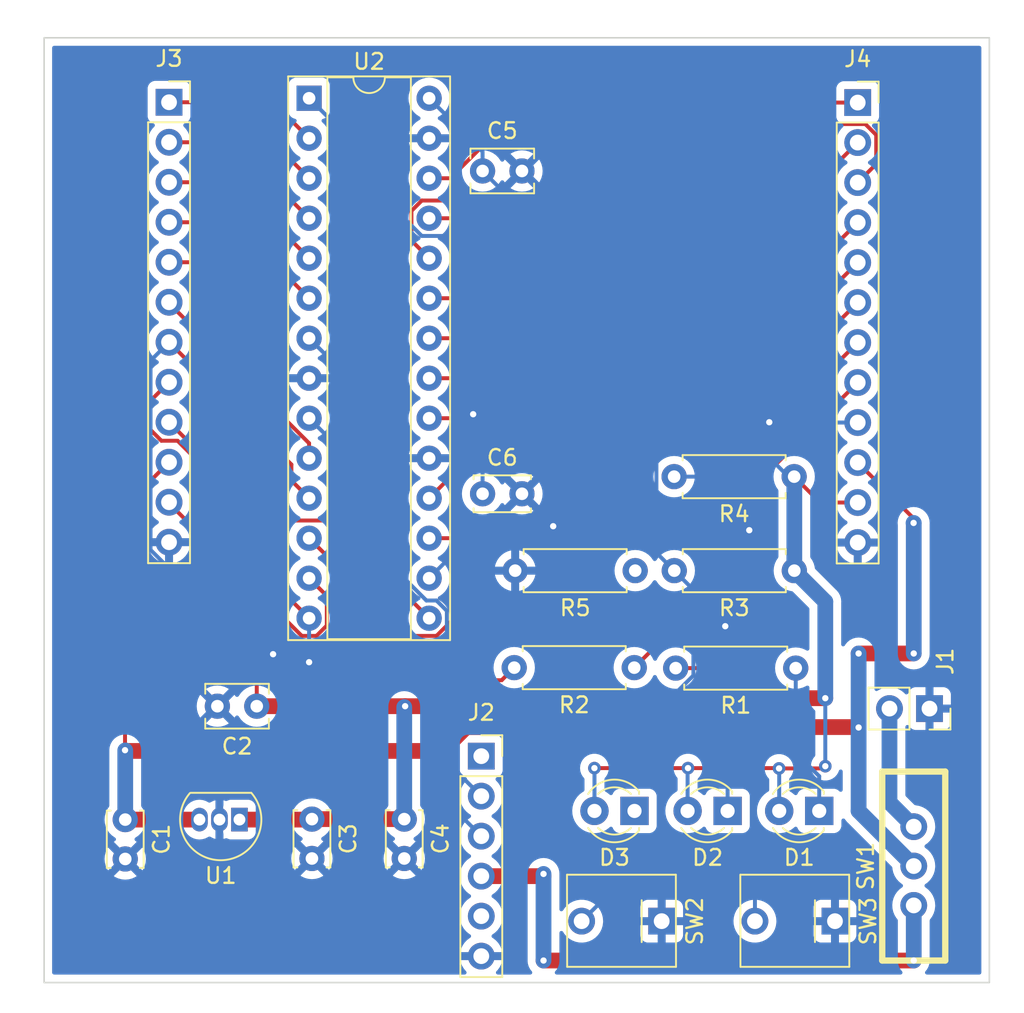
<source format=kicad_pcb>
(kicad_pcb (version 20211014) (generator pcbnew)
  (layers (0 "F.Cu" signal) (31 "B.Cu" signal) (34 "B.Paste" user) (35 "F.Paste" user) (36 "B.SilkS" user "B.Silkscreen") (37 "F.SilkS" user "F.Silkscreen") (38 "B.Mask" user) (39 "F.Mask" user) (44 "Edge.Cuts" user))
  (net 0 "")
  (net 1 "/Vin")
  (net 2 "GND")
  (net 3 "+3V3")
  (net 4 "Net-(C6-Pad1)")
  (net 5 "Net-(D1-Pad1)")
  (net 6 "Net-(D2-Pad1)")
  (net 7 "Net-(D3-Pad1)")
  (net 8 "Net-(SW1-Pad3)")
  (net 10 "/U1TX")
  (net 11 "/U1RX")
  (net 12 "+5V")
  (net 14 "/A0")
  (net 15 "/A1")
  (net 16 "/B0")
  (net 17 "/B1")
  (net 18 "/B2")
  (net 19 "/A3")
  (net 20 "/GREEN")
  (net 21 "/YELLOW")
  (net 22 "/B6")
  (net 23 "/B15")
  (net 24 "/B14")
  (net 25 "/B13")
  (net 26 "/B12")
  (net 27 "/B11")
  (net 28 "/B10")
  (net 29 "/B9")
  (net 30 "/B8")
  (net 31 "/B7")
  (net 32 "/RESET")
  (net 33 "/USER")
  (footprint "Package_TO_SOT_THT:TO-92L_Inline" (layer "F.Cu") (at 126.7 142.05 180)
    (fp_text reference "U1" (at 1.19 -3.56 180) (layer "F.SilkS"))
    (fp_text value "AP7381-33V")
    (fp_line (start -0.75 1.7) (end 3.1 1.7) (layer "F.SilkS") (width 0.12))
    (fp_arc (start -0.75 1.7) (mid 1.183448 -2.579449) (end 3.138611 1.690122) (layer "F.SilkS") (width 0.12))
    (pad "1" thru_hole rect (at 0 0 180) (size 1.05 1.5) (drill 0.75) (layers *.Cu *.Mask) (net 3 "+3V3"))
    (pad "2" thru_hole oval (at 1.27 0 180) (size 1.05 1.5) (drill 0.75) (layers *.Cu *.Mask) (net 2 "GND"))
    (pad "3" thru_hole oval (at 2.54 0 180) (size 1.05 1.5) (drill 0.75) (layers *.Cu *.Mask) (net 1 "/Vin"))
  )
  (footprint "Connector_PinSocket_2.54mm:PinSocket_1x02_P2.54mm_Vertical" (layer "F.Cu") (at 170.5 135 -90)
    (fp_text reference "J1" (at -3 -1 90) (layer "F.SilkS"))
    (fp_text value "Battery")
    (fp_line (start -1.33 1.27) (end -1.33 3.87) (layer "F.SilkS") (width 0.12))
    (fp_line (start 0 -1.33) (end 1.33 -1.33) (layer "F.SilkS") (width 0.12))
    (fp_line (start -1.33 3.87) (end 1.33 3.87) (layer "F.SilkS") (width 0.12))
    (fp_line (start -1.33 1.27) (end 1.33 1.27) (layer "F.SilkS") (width 0.12))
    (fp_line (start 1.33 -1.33) (end 1.33 0) (layer "F.SilkS") (width 0.12))
    (fp_line (start 1.33 1.27) (end 1.33 3.87) (layer "F.SilkS") (width 0.12))
    (pad "1" thru_hole rect (at 0 0 270) (size 1.7 1.7) (drill 1) (layers *.Cu *.Mask) (net 2 "GND"))
    (pad "2" thru_hole oval (at 0 2.54 270) (size 1.7 1.7) (drill 1) (layers *.Cu *.Mask) (net 8 "Net-(SW1-Pad3)"))
  )
  (footprint "Resistor_THT:R_Axial_DIN0207_L6.3mm_D2.5mm_P7.62mm_Horizontal" (layer "F.Cu") (at 162.01 132.43 180)
    (fp_text reference "R1" (at 3.81 -2.37) (layer "F.SilkS"))
    (fp_text value "330")
    (fp_line (start 7.08 1.37) (end 7.08 1.04) (layer "F.SilkS") (width 0.12))
    (fp_line (start 0.54 1.37) (end 7.08 1.37) (layer "F.SilkS") (width 0.12))
    (fp_line (start 0.54 -1.37) (end 7.08 -1.37) (layer "F.SilkS") (width 0.12))
    (fp_line (start 7.08 -1.37) (end 7.08 -1.04) (layer "F.SilkS") (width 0.12))
    (fp_line (start 0.54 1.04) (end 0.54 1.37) (layer "F.SilkS") (width 0.12))
    (fp_line (start 0.54 -1.04) (end 0.54 -1.37) (layer "F.SilkS") (width 0.12))
    (pad "1" thru_hole circle (at 0 0 180) (size 1.6 1.6) (drill 0.8) (layers *.Cu *.Mask) (net 5 "Net-(D1-Pad1)"))
    (pad "2" thru_hole oval (at 7.62 0 180) (size 1.6 1.6) (drill 0.8) (layers *.Cu *.Mask) (net 21 "/YELLOW"))
  )
  (footprint "LED_THT:LED_D3.0mm" (layer "F.Cu") (at 163.5 141.5 180)
    (fp_text reference "D1" (at 1.27 -2.96) (layer "F.SilkS"))
    (fp_text value "YELLOW")
    (fp_line (start -0.29 -1.236) (end -0.29 -1.08) (layer "F.SilkS") (width 0.12))
    (fp_line (start -0.29 1.08) (end -0.29 1.236) (layer "F.SilkS") (width 0.12))
    (fp_arc (start -0.29 -1.235516) (mid 1.366487 -1.987659) (end 2.942335 -1.078608) (layer "F.SilkS") (width 0.12))
    (fp_arc (start 2.942335 1.078608) (mid 1.366487 1.987659) (end -0.29 1.235516) (layer "F.SilkS") (width 0.12))
    (fp_arc (start 2.31113 1.079837) (mid 1.270117 1.5) (end 0.229039 1.08) (layer "F.SilkS") (width 0.12))
    (fp_arc (start 0.229039 -1.08) (mid 1.270117 -1.5) (end 2.31113 -1.079837) (layer "F.SilkS") (width 0.12))
    (pad "1" thru_hole rect (at 0 0 180) (size 1.8 1.8) (drill 0.9) (layers *.Cu *.Mask) (net 5 "Net-(D1-Pad1)"))
    (pad "2" thru_hole circle (at 2.54 0 180) (size 1.8 1.8) (drill 0.9) (layers *.Cu *.Mask) (net 3 "+3V3"))
  )
  (footprint "Resistor_THT:R_Axial_DIN0207_L6.3mm_D2.5mm_P7.62mm_Horizontal" (layer "F.Cu") (at 161.91 120.27 180)
    (fp_text reference "R4" (at 3.81 -2.37) (layer "F.SilkS"))
    (fp_text value "10K")
    (fp_line (start 0.54 -1.37) (end 7.08 -1.37) (layer "F.SilkS") (width 0.12))
    (fp_line (start 0.54 1.37) (end 7.08 1.37) (layer "F.SilkS") (width 0.12))
    (fp_line (start 7.08 1.37) (end 7.08 1.04) (layer "F.SilkS") (width 0.12))
    (fp_line (start 0.54 -1.04) (end 0.54 -1.37) (layer "F.SilkS") (width 0.12))
    (fp_line (start 7.08 -1.37) (end 7.08 -1.04) (layer "F.SilkS") (width 0.12))
    (fp_line (start 0.54 1.04) (end 0.54 1.37) (layer "F.SilkS") (width 0.12))
    (pad "1" thru_hole circle (at 0 0 180) (size 1.6 1.6) (drill 0.8) (layers *.Cu *.Mask) (net 3 "+3V3"))
    (pad "2" thru_hole oval (at 7.62 0 180) (size 1.6 1.6) (drill 0.8) (layers *.Cu *.Mask) (net 33 "/USER"))
  )
  (footprint "Capacitor_THT:C_Disc_D3.4mm_W2.1mm_P2.50mm" (layer "F.Cu") (at 131.3 142.02 -90)
    (fp_text reference "C3" (at 1.25 -2.3 90) (layer "F.SilkS"))
    (fp_text value "1uF")
    (fp_line (start -0.57 1.17) (end 3.07 1.17) (layer "F.SilkS") (width 0.12))
    (fp_line (start -0.57 0.925) (end -0.57 1.17) (layer "F.SilkS") (width 0.12))
    (fp_line (start -0.57 -1.17) (end 3.07 -1.17) (layer "F.SilkS") (width 0.12))
    (fp_line (start 3.07 0.925) (end 3.07 1.17) (layer "F.SilkS") (width 0.12))
    (fp_line (start 3.07 -1.17) (end 3.07 -0.925) (layer "F.SilkS") (width 0.12))
    (fp_line (start -0.57 -1.17) (end -0.57 -0.925) (layer "F.SilkS") (width 0.12))
    (pad "1" thru_hole circle (at 0 0 270) (size 1.6 1.6) (drill 0.8) (layers *.Cu *.Mask) (net 3 "+3V3"))
    (pad "2" thru_hole circle (at 2.5 0 270) (size 1.6 1.6) (drill 0.8) (layers *.Cu *.Mask) (net 2 "GND"))
  )
  (footprint "Connector_PinSocket_2.54mm:PinSocket_1x06_P2.54mm_Vertical" (layer "F.Cu") (at 142.049875 138.021089)
    (fp_text reference "J2" (at 0 -2.77) (layer "F.SilkS"))
    (fp_text value "Conn_01x06_Male")
    (fp_line (start 1.33 1.27) (end 1.33 14.03) (layer "F.SilkS") (width 0.12))
    (fp_line (start -1.33 1.27) (end -1.33 14.03) (layer "F.SilkS") (width 0.12))
    (fp_line (start 0 -1.33) (end 1.33 -1.33) (layer "F.SilkS") (width 0.12))
    (fp_line (start 1.33 -1.33) (end 1.33 0) (layer "F.SilkS") (width 0.12))
    (fp_line (start -1.33 14.03) (end 1.33 14.03) (layer "F.SilkS") (width 0.12))
    (fp_line (start -1.33 1.27) (end 1.33 1.27) (layer "F.SilkS") (width 0.12))
    (pad "1" thru_hole rect (at 0 0) (size 1.7 1.7) (drill 1) (layers *.Cu *.Mask))
    (pad "2" thru_hole oval (at 0 2.54) (size 1.7 1.7) (drill 1) (layers *.Cu *.Mask) (net 10 "/U1TX"))
    (pad "3" thru_hole oval (at 0 5.08) (size 1.7 1.7) (drill 1) (layers *.Cu *.Mask) (net 11 "/U1RX"))
    (pad "4" thru_hole oval (at 0 7.62) (size 1.7 1.7) (drill 1) (layers *.Cu *.Mask) (net 12 "+5V"))
    (pad "5" thru_hole oval (at 0 10.16) (size 1.7 1.7) (drill 1) (layers *.Cu *.Mask))
    (pad "6" thru_hole oval (at 0 12.7) (size 1.7 1.7) (drill 1) (layers *.Cu *.Mask) (net 2 "GND"))
  )
  (footprint "Resistor_THT:R_Axial_DIN0207_L6.3mm_D2.5mm_P7.62mm_Horizontal" (layer "F.Cu") (at 151.76 132.4 180)
    (fp_text reference "R2" (at 3.81 -2.37) (layer "F.SilkS"))
    (fp_text value "330")
    (fp_line (start 0.54 -1.37) (end 7.08 -1.37) (layer "F.SilkS") (width 0.12))
    (fp_line (start 7.08 -1.37) (end 7.08 -1.04) (layer "F.SilkS") (width 0.12))
    (fp_line (start 0.54 -1.04) (end 0.54 -1.37) (layer "F.SilkS") (width 0.12))
    (fp_line (start 7.08 1.37) (end 7.08 1.04) (layer "F.SilkS") (width 0.12))
    (fp_line (start 0.54 1.37) (end 7.08 1.37) (layer "F.SilkS") (width 0.12))
    (fp_line (start 0.54 1.04) (end 0.54 1.37) (layer "F.SilkS") (width 0.12))
    (pad "1" thru_hole circle (at 0 0 180) (size 1.6 1.6) (drill 0.8) (layers *.Cu *.Mask) (net 6 "Net-(D2-Pad1)"))
    (pad "2" thru_hole oval (at 7.62 0 180) (size 1.6 1.6) (drill 0.8) (layers *.Cu *.Mask) (net 20 "/GREEN"))
  )
  (footprint "PIC32:PinSocket_1x03_P2.54mm_Vertical" (layer "F.Cu") (at 153.5 148.5 -90)
    (fp_text reference "SW2" (at 0 -2.1 90) (layer "F.SilkS"))
    (fp_text value "RESET")
    (fp_line (start -2.95 -0.9) (end 2.9 -0.91) (layer "F.SilkS") (width 0.12))
    (fp_line (start -1.33 1.27) (end 1.33 1.27) (layer "F.SilkS") (width 0.12))
    (fp_line (start -2.95 6.01) (end 2.9 6) (layer "F.SilkS") (width 0.12))
    (fp_line (start -2.95 -0.9) (end -2.95 6) (layer "F.SilkS") (width 0.12))
    (fp_line (start 2.9 -0.91) (end 2.9 6) (layer "F.SilkS") (width 0.12))
    (pad "1" thru_hole rect (at 0 0 270) (size 1.7 1.7) (drill 1) (layers *.Cu *.Mask) (net 2 "GND"))
    (pad "2" thru_hole oval (at 0 5.08 270) (size 1.7 1.7) (drill 1) (layers *.Cu *.Mask) (net 32 "/RESET"))
  )
  (footprint "Capacitor_THT:C_Disc_D3.4mm_W2.1mm_P2.50mm" (layer "F.Cu") (at 137.16 142.02 -90)
    (fp_text reference "C4" (at 1.25 -2.3 90) (layer "F.SilkS"))
    (fp_text value "1uF")
    (fp_line (start 3.07 -1.17) (end 3.07 -0.925) (layer "F.SilkS") (width 0.12))
    (fp_line (start -0.57 0.925) (end -0.57 1.17) (layer "F.SilkS") (width 0.12))
    (fp_line (start -0.57 1.17) (end 3.07 1.17) (layer "F.SilkS") (width 0.12))
    (fp_line (start -0.57 -1.17) (end 3.07 -1.17) (layer "F.SilkS") (width 0.12))
    (fp_line (start -0.57 -1.17) (end -0.57 -0.925) (layer "F.SilkS") (width 0.12))
    (fp_line (start 3.07 0.925) (end 3.07 1.17) (layer "F.SilkS") (width 0.12))
    (pad "1" thru_hole circle (at 0 0 270) (size 1.6 1.6) (drill 0.8) (layers *.Cu *.Mask) (net 3 "+3V3"))
    (pad "2" thru_hole circle (at 2.5 0 270) (size 1.6 1.6) (drill 0.8) (layers *.Cu *.Mask) (net 2 "GND"))
  )
  (footprint "Connector_PinSocket_2.54mm:PinSocket_1x12_P2.54mm_Vertical" (layer "F.Cu") (at 165.943 96.514)
    (fp_text reference "J4" (at 0 -2.77) (layer "F.SilkS"))
    (fp_text value "Right")
    (fp_line (start -1.33 1.27) (end 1.33 1.27) (layer "F.SilkS") (width 0.12))
    (fp_line (start -1.33 29.27) (end 1.33 29.27) (layer "F.SilkS") (width 0.12))
    (fp_line (start 1.33 1.27) (end 1.33 29.27) (layer "F.SilkS") (width 0.12))
    (fp_line (start 1.33 -1.33) (end 1.33 0) (layer "F.SilkS") (width 0.12))
    (fp_line (start 0 -1.33) (end 1.33 -1.33) (layer "F.SilkS") (width 0.12))
    (fp_line (start -1.33 1.27) (end -1.33 29.27) (layer "F.SilkS") (width 0.12))
    (pad "1" thru_hole rect (at 0 0) (size 1.7 1.7) (drill 1) (layers *.Cu *.Mask) (net 23 "/B15"))
    (pad "2" thru_hole oval (at 0 2.54) (size 1.7 1.7) (drill 1) (layers *.Cu *.Mask) (net 24 "/B14"))
    (pad "3" thru_hole oval (at 0 5.08) (size 1.7 1.7) (drill 1) (layers *.Cu *.Mask) (net 25 "/B13"))
    (pad "4" thru_hole oval (at 0 7.62) (size 1.7 1.7) (drill 1) (layers *.Cu *.Mask) (net 26 "/B12"))
    (pad "5" thru_hole oval (at 0 10.16) (size 1.7 1.7) (drill 1) (layers *.Cu *.Mask) (net 27 "/B11"))
    (pad "6" thru_hole oval (at 0 12.7) (size 1.7 1.7) (drill 1) (layers *.Cu *.Mask) (net 28 "/B10"))
    (pad "7" thru_hole oval (at 0 15.24) (size 1.7 1.7) (drill 1) (layers *.Cu *.Mask) (net 29 "/B9"))
    (pad "8" thru_hole oval (at 0 17.78) (size 1.7 1.7) (drill 1) (layers *.Cu *.Mask) (net 30 "/B8"))
    (pad "9" thru_hole oval (at 0 20.32) (size 1.7 1.7) (drill 1) (layers *.Cu *.Mask) (net 31 "/B7"))
    (pad "10" thru_hole oval (at 0 22.86) (size 1.7 1.7) (drill 1) (layers *.Cu *.Mask) (net 1 "/Vin"))
    (pad "11" thru_hole oval (at 0 25.4) (size 1.7 1.7) (drill 1) (layers *.Cu *.Mask) (net 3 "+3V3"))
    (pad "12" thru_hole oval (at 0 27.94) (size 1.7 1.7) (drill 1) (layers *.Cu *.Mask) (net 2 "GND"))
  )
  (footprint "Capacitor_THT:C_Disc_D3.8mm_W2.6mm_P2.50mm" (layer "F.Cu") (at 127.798 134.848 180)
    (fp_text reference "C2" (at 1.25 -2.55) (layer "F.SilkS"))
    (fp_text value "0.1uF")
    (fp_line (start -0.77 -1.42) (end 3.27 -1.42) (layer "F.SilkS") (width 0.12))
    (fp_line (start 3.27 -1.42) (end 3.27 -0.795) (layer "F.SilkS") (width 0.12))
    (fp_line (start 3.27 0.795) (end 3.27 1.42) (layer "F.SilkS") (width 0.12))
    (fp_line (start -0.77 -1.42) (end -0.77 -0.795) (layer "F.SilkS") (width 0.12))
    (fp_line (start -0.77 1.42) (end 3.27 1.42) (layer "F.SilkS") (width 0.12))
    (fp_line (start -0.77 0.795) (end -0.77 1.42) (layer "F.SilkS") (width 0.12))
    (pad "1" thru_hole circle (at 0 0 180) (size 1.6 1.6) (drill 0.8) (layers *.Cu *.Mask) (net 3 "+3V3"))
    (pad "2" thru_hole circle (at 2.5 0 180) (size 1.6 1.6) (drill 0.8) (layers *.Cu *.Mask) (net 2 "GND"))
  )
  (footprint "PIC32:PinSocket_1x03_P2.54mm_Vertical" (layer "F.Cu") (at 164.5 148.5 -90)
    (fp_text reference "SW3" (at 0 -2.1 90) (layer "F.SilkS"))
    (fp_text value "USER")
    (fp_line (start -1.33 1.27) (end 1.33 1.27) (layer "F.SilkS") (width 0.12))
    (fp_line (start 2.9 -0.91) (end 2.9 6) (layer "F.SilkS") (width 0.12))
    (fp_line (start -2.95 -0.9) (end 2.9 -0.91) (layer "F.SilkS") (width 0.12))
    (fp_line (start -2.95 6.01) (end 2.9 6) (layer "F.SilkS") (width 0.12))
    (fp_line (start -2.95 -0.9) (end -2.95 6) (layer "F.SilkS") (width 0.12))
    (pad "1" thru_hole rect (at 0 0 270) (size 1.7 1.7) (drill 1) (layers *.Cu *.Mask) (net 2 "GND"))
    (pad "2" thru_hole oval (at 0 5.08 270) (size 1.7 1.7) (drill 1) (layers *.Cu *.Mask) (net 33 "/USER"))
  )
  (footprint "LED_THT:LED_D3.0mm" (layer "F.Cu") (at 151.775 141.5 180)
    (fp_text reference "D3" (at 1.27 -2.96) (layer "F.SilkS"))
    (fp_text value "RED")
    (fp_line (start -0.29 1.08) (end -0.29 1.236) (layer "F.SilkS") (width 0.12))
    (fp_line (start -0.29 -1.236) (end -0.29 -1.08) (layer "F.SilkS") (width 0.12))
    (fp_arc (start -0.29 -1.235516) (mid 1.366487 -1.987659) (end 2.942335 -1.078608) (layer "F.SilkS") (width 0.12))
    (fp_arc (start 2.31113 1.079837) (mid 1.270117 1.5) (end 0.229039 1.08) (layer "F.SilkS") (width 0.12))
    (fp_arc (start 0.229039 -1.08) (mid 1.270117 -1.5) (end 2.31113 -1.079837) (layer "F.SilkS") (width 0.12))
    (fp_arc (start 2.942335 1.078608) (mid 1.366487 1.987659) (end -0.29 1.235516) (layer "F.SilkS") (width 0.12))
    (pad "1" thru_hole rect (at 0 0 180) (size 1.8 1.8) (drill 0.9) (layers *.Cu *.Mask) (net 7 "Net-(D3-Pad1)"))
    (pad "2" thru_hole circle (at 2.54 0 180) (size 1.8 1.8) (drill 0.9) (layers *.Cu *.Mask) (net 3 "+3V3"))
  )
  (footprint "LED_THT:LED_D3.0mm" (layer "F.Cu") (at 157.685 141.5 180)
    (fp_text reference "D2" (at 1.27 -2.96) (layer "F.SilkS"))
    (fp_text value "GREEN")
    (fp_line (start -0.29 1.08) (end -0.29 1.236) (layer "F.SilkS") (width 0.12))
    (fp_line (start -0.29 -1.236) (end -0.29 -1.08) (layer "F.SilkS") (width 0.12))
    (fp_arc (start 2.31113 1.079837) (mid 1.270117 1.5) (end 0.229039 1.08) (layer "F.SilkS") (width 0.12))
    (fp_arc (start -0.29 -1.235516) (mid 1.366487 -1.987659) (end 2.942335 -1.078608) (layer "F.SilkS") (width 0.12))
    (fp_arc (start 0.229039 -1.08) (mid 1.270117 -1.5) (end 2.31113 -1.079837) (layer "F.SilkS") (width 0.12))
    (fp_arc (start 2.942335 1.078608) (mid 1.366487 1.987659) (end -0.29 1.235516) (layer "F.SilkS") (width 0.12))
    (pad "1" thru_hole rect (at 0 0 180) (size 1.8 1.8) (drill 0.9) (layers *.Cu *.Mask) (net 6 "Net-(D2-Pad1)"))
    (pad "2" thru_hole circle (at 2.54 0 180) (size 1.8 1.8) (drill 0.9) (layers *.Cu *.Mask) (net 3 "+3V3"))
  )
  (footprint "Package_DIP:DIP-28_W7.62mm_Socket" (layer "F.Cu") (at 131.12 96.24)
    (fp_text reference "U2" (at 3.81 -2.33) (layer "F.SilkS"))
    (fp_text value "PIC32MX170F256B")
    (fp_line (start 2.81 -1.33) (end 1.16 -1.33) (layer "F.SilkS") (width 0.12))
    (fp_line (start 8.95 34.41) (end 8.95 -1.39) (layer "F.SilkS") (width 0.12))
    (fp_line (start 6.46 -1.33) (end 4.81 -1.33) (layer "F.SilkS") (width 0.12))
    (fp_line (start -1.33 -1.39) (end -1.33 34.41) (layer "F.SilkS") (width 0.12))
    (fp_line (start 6.46 34.35) (end 6.46 -1.33) (layer "F.SilkS") (width 0.12))
    (fp_line (start -1.33 34.41) (end 8.95 34.41) (layer "F.SilkS") (width 0.12))
    (fp_line (start 8.95 -1.39) (end -1.33 -1.39) (layer "F.SilkS") (width 0.12))
    (fp_line (start 1.16 34.35) (end 6.46 34.35) (layer "F.SilkS") (width 0.12))
    (fp_line (start 1.16 -1.33) (end 1.16 34.35) (layer "F.SilkS") (width 0.12))
    (fp_arc (start 4.81 -1.33) (mid 3.81 -0.33) (end 2.81 -1.33) (layer "F.SilkS") (width 0.12))
    (pad "1" thru_hole rect (at 0 0) (size 1.6 1.6) (drill 0.8) (layers *.Cu *.Mask) (net 32 "/RESET"))
    (pad "2" thru_hole oval (at 0 2.54) (size 1.6 1.6) (drill 0.8) (layers *.Cu *.Mask) (net 14 "/A0"))
    (pad "3" thru_hole oval (at 0 5.08) (size 1.6 1.6) (drill 0.8) (layers *.Cu *.Mask) (net 15 "/A1"))
    (pad "4" thru_hole oval (at 0 7.62) (size 1.6 1.6) (drill 0.8) (layers *.Cu *.Mask) (net 16 "/B0"))
    (pad "5" thru_hole oval (at 0 10.16) (size 1.6 1.6) (drill 0.8) (layers *.Cu *.Mask) (net 17 "/B1"))
    (pad "6" thru_hole oval (at 0 12.7) (size 1.6 1.6) (drill 0.8) (layers *.Cu *.Mask) (net 18 "/B2"))
    (pad "7" thru_hole oval (at 0 15.24) (size 1.6 1.6) (drill 0.8) (layers *.Cu *.Mask) (net 10 "/U1TX"))
    (pad "8" thru_hole oval (at 0 17.78) (size 1.6 1.6) (drill 0.8) (layers *.Cu *.Mask) (net 2 "GND"))
    (pad "9" thru_hole oval (at 0 20.32) (size 1.6 1.6) (drill 0.8) (layers *.Cu *.Mask) (net 11 "/U1RX"))
    (pad "10" thru_hole oval (at 0 22.86) (size 1.6 1.6) (drill 0.8) (layers *.Cu *.Mask) (net 19 "/A3"))
    (pad "11" thru_hole oval (at 0 25.4) (size 1.6 1.6) (drill 0.8) (layers *.Cu *.Mask) (net 20 "/GREEN"))
    (pad "12" thru_hole oval (at 0 27.94) (size 1.6 1.6) (drill 0.8) (layers *.Cu *.Mask) (net 33 "/USER"))
    (pad "13" thru_hole oval (at 0 30.48) (size 1.6 1.6) (drill 0.8) (layers *.Cu *.Mask) (net 3 "+3V3"))
    (pad "14" thru_hole oval (at 0 33.02) (size 1.6 1.6) (drill 0.8) (layers *.Cu *.Mask) (net 21 "/YELLOW"))
    (pad "15" thru_hole oval (at 7.62 33.02) (size 1.6 1.6) (drill 0.8) (layers *.Cu *.Mask) (net 22 "/B6"))
    (pad "16" thru_hole oval (at 7.62 30.48) (size 1.6 1.6) (drill 0.8) (layers *.Cu *.Mask) (net 31 "/B7"))
    (pad "17" thru_hole oval (at 7.62 27.94) (size 1.6 1.6) (drill 0.8) (layers *.Cu *.Mask) (net 30 "/B8"))
    (pad "18" thru_hole oval (at 7.62 25.4) (size 1.6 1.6) (drill 0.8) (layers *.Cu *.Mask) (net 29 "/B9"))
    (pad "19" thru_hole oval (at 7.62 22.86) (size 1.6 1.6) (drill 0.8) (layers *.Cu *.Mask) (net 2 "GND"))
    (pad "20" thru_hole oval (at 7.62 20.32) (size 1.6 1.6) (drill 0.8) (layers *.Cu *.Mask) (net 4 "Net-(C6-Pad1)"))
    (pad "21" thru_hole oval (at 7.62 17.78) (size 1.6 1.6) (drill 0.8) (layers *.Cu *.Mask) (net 28 "/B10"))
    (pad "22" thru_hole oval (at 7.62 15.24) (size 1.6 1.6) (drill 0.8) (layers *.Cu *.Mask) (net 27 "/B11"))
    (pad "23" thru_hole oval (at 7.62 12.7) (size 1.6 1.6) (drill 0.8) (layers *.Cu *.Mask) (net 26 "/B12"))
    (pad "24" thru_hole oval (at 7.62 10.16) (size 1.6 1.6) (drill 0.8) (layers *.Cu *.Mask) (net 25 "/B13"))
    (pad "25" thru_hole oval (at 7.62 7.62) (size 1.6 1.6) (drill 0.8) (layers *.Cu *.Mask) (net 24 "/B14"))
    (pad "26" thru_hole oval (at 7.62 5.08) (size 1.6 1.6) (drill 0.8) (layers *.Cu *.Mask) (net 23 "/B15"))
    (pad "27" thru_hole oval (at 7.62 2.54) (size 1.6 1.6) (drill 0.8) (layers *.Cu *.Mask) (net 2 "GND"))
    (pad "28" thru_hole oval (at 7.62 0) (size 1.6 1.6) (drill 0.8) (layers *.Cu *.Mask) (net 3 "+3V3"))
  )
  (footprint "Capacitor_THT:C_Disc_D3.4mm_W2.1mm_P2.50mm" (layer "F.Cu") (at 119.45 142.05 -90)
    (fp_text reference "C1" (at 1.25 -2.3 90) (layer "F.SilkS"))
    (fp_text value "1uF")
    (fp_line (start -0.57 -1.17) (end -0.57 -0.925) (layer "F.SilkS") (width 0.12))
    (fp_line (start -0.57 1.17) (end 3.07 1.17) (layer "F.SilkS") (width 0.12))
    (fp_line (start -0.57 0.925) (end -0.57 1.17) (layer "F.SilkS") (width 0.12))
    (fp_line (start -0.57 -1.17) (end 3.07 -1.17) (layer "F.SilkS") (width 0.12))
    (fp_line (start 3.07 0.925) (end 3.07 1.17) (layer "F.SilkS") (width 0.12))
    (fp_line (start 3.07 -1.17) (end 3.07 -0.925) (layer "F.SilkS") (width 0.12))
    (pad "1" thru_hole circle (at 0 0 270) (size 1.6 1.6) (drill 0.8) (layers *.Cu *.Mask) (net 1 "/Vin"))
    (pad "2" thru_hole circle (at 2.5 0 270) (size 1.6 1.6) (drill 0.8) (layers *.Cu *.Mask) (net 2 "GND"))
  )
  (footprint "Capacitor_THT:C_Disc_D3.8mm_W2.6mm_P2.50mm" (layer "F.Cu") (at 142.131232 100.857895)
    (fp_text reference "C5" (at 1.25 -2.55) (layer "F.SilkS"))
    (fp_text value "0.1uF")
    (fp_line (start -0.77 -1.42) (end 3.27 -1.42) (layer "F.SilkS") (width 0.12))
    (fp_line (start -0.77 1.42) (end 3.27 1.42) (layer "F.SilkS") (width 0.12))
    (fp_line (start 3.27 -1.42) (end 3.27 -0.795) (layer "F.SilkS") (width 0.12))
    (fp_line (start -0.77 0.795) (end -0.77 1.42) (layer "F.SilkS") (width 0.12))
    (fp_line (start 3.27 0.795) (end 3.27 1.42) (layer "F.SilkS") (width 0.12))
    (fp_line (start -0.77 -1.42) (end -0.77 -0.795) (layer "F.SilkS") (width 0.12))
    (pad "1" thru_hole circle (at 0 0) (size 1.6 1.6) (drill 0.8) (layers *.Cu *.Mask) (net 3 "+3V3"))
    (pad "2" thru_hole circle (at 2.5 0) (size 1.6 1.6) (drill 0.8) (layers *.Cu *.Mask) (net 2 "GND"))
  )
  (footprint "Connector_PinSocket_2.54mm:PinSocket_1x12_P2.54mm_Vertical" (layer "F.Cu") (at 122.23 96.494)
    (fp_text reference "J3" (at 0 -2.77) (layer "F.SilkS"))
    (fp_text value "Left")
    (fp_line (start 1.33 1.27) (end 1.33 29.27) (layer "F.SilkS") (width 0.12))
    (fp_line (start 1.33 -1.33) (end 1.33 0) (layer "F.SilkS") (width 0.12))
    (fp_line (start -1.33 1.27) (end -1.33 29.27) (layer "F.SilkS") (width 0.12))
    (fp_line (start -1.33 29.27) (end 1.33 29.27) (layer "F.SilkS") (width 0.12))
    (fp_line (start -1.33 1.27) (end 1.33 1.27) (layer "F.SilkS") (width 0.12))
    (fp_line (start 0 -1.33) (end 1.33 -1.33) (layer "F.SilkS") (width 0.12))
    (pad "1" thru_hole rect (at 0 0) (size 1.7 1.7) (drill 1) (layers *.Cu *.Mask) (net 14 "/A0"))
    (pad "2" thru_hole oval (at 0 2.54) (size 1.7 1.7) (drill 1) (layers *.Cu *.Mask) (net 15 "/A1"))
    (pad "3" thru_hole oval (at 0 5.08) (size 1.7 1.7) (drill 1) (layers *.Cu *.Mask) (net 16 "/B0"))
    (pad "4" thru_hole oval (at 0 7.62) (size 1.7 1.7) (drill 1) (layers *.Cu *.Mask) (net 17 "/B1"))
    (pad "5" thru_hole oval (at 0 10.16) (size 1.7 1.7) (drill 1) (layers *.Cu *.Mask) (net 18 "/B2"))
    (pad "6" thru_hole oval (at 0 12.7) (size 1.7 1.7) (drill 1) (layers *.Cu *.Mask) (net 19 "/A3"))
    (pad "7" thru_hole oval (at 0 15.24) (size 1.7 1.7) (drill 1) (layers *.Cu *.Mask) (net 20 "/GREEN"))
    (pad "8" thru_hole oval (at 0 17.78) (size 1.7 1.7) (drill 1) (layers *.Cu *.Mask) (net 21 "/YELLOW"))
    (pad "9" thru_hole oval (at 0 20.32) (size 1.7 1.7) (drill 1) (layers *.Cu *.Mask) (net 22 "/B6"))
    (pad "10" thru_hole oval (at 0 22.86) (size 1.7 1.7) (drill 1) (layers *.Cu *.Mask) (net 1 "/Vin"))
    (pad "11" thru_hole oval (at 0 25.4) (size 1.7 1.7) (drill 1) (layers *.Cu *.Mask) (net 3 "+3V3"))
    (pad "12" thru_hole oval (at 0 27.94) (size 1.7 1.7) (drill 1) (layers *.Cu *.Mask) (net 2 "GND"))
  )
  (footprint "PIC32:Slide_Switch" (layer "F.Cu") (at 169.5 145 90)
    (fp_text reference "SW1" (at 0 -3.048 90 unlocked) (layer "F.SilkS"))
    (fp_text value "SW_Slide")
    (fp_line (start 6 2) (end -6 2) (layer "F.SilkS") (width 0.4))
    (fp_line (start -6 -2) (end 6 -2) (layer "F.SilkS") (width 0.4))
    (fp_line (start 6 -2) (end 6 2) (layer "F.SilkS") (width 0.4))
    (fp_line (start -6 2) (end -6 -2) (layer "F.SilkS") (width 0.4))
    (pad "1" thru_hole circle (at -2.5 0 90) (size 1.7 1.7) (drill 1) (layers *.Cu *.Mask) (net 12 "+5V"))
    (pad "2" thru_hole circle (at 0 0 90) (size 1.7 1.7) (drill 1) (layers *.Cu *.Mask) (net 1 "/Vin"))
    (pad "3" thru_hole circle (at 2.5 0 90) (size 1.7 1.7) (drill 1) (layers *.Cu *.Mask) (net 8 "Net-(SW1-Pad3)"))
  )
  (footprint "Resistor_THT:R_Axial_DIN0207_L6.3mm_D2.5mm_P7.62mm_Horizontal" (layer "F.Cu") (at 161.92 126.24 180)
    (fp_text reference "R3" (at 3.81 -2.37) (layer "F.SilkS"))
    (fp_text value "10K")
    (fp_line (start 7.08 1.37) (end 7.08 1.04) (layer "F.SilkS") (width 0.12))
    (fp_line (start 7.08 -1.37) (end 7.08 -1.04) (layer "F.SilkS") (width 0.12))
    (fp_line (start 0.54 1.37) (end 7.08 1.37) (layer "F.SilkS") (width 0.12))
    (fp_line (start 0.54 1.04) (end 0.54 1.37) (layer "F.SilkS") (width 0.12))
    (fp_line (start 0.54 -1.04) (end 0.54 -1.37) (layer "F.SilkS") (width 0.12))
    (fp_line (start 0.54 -1.37) (end 7.08 -1.37) (layer "F.SilkS") (width 0.12))
    (pad "1" thru_hole circle (at 0 0 180) (size 1.6 1.6) (drill 0.8) (layers *.Cu *.Mask) (net 3 "+3V3"))
    (pad "2" thru_hole oval (at 7.62 0 180) (size 1.6 1.6) (drill 0.8) (layers *.Cu *.Mask) (net 32 "/RESET"))
  )
  (footprint "Resistor_THT:R_Axial_DIN0207_L6.3mm_D2.5mm_P7.62mm_Horizontal" (layer "F.Cu") (at 151.82 126.24 180)
    (fp_text reference "R5" (at 3.81 -2.37) (layer "F.SilkS"))
    (fp_text value "330")
    (fp_line (start 0.54 1.04) (end 0.54 1.37) (layer "F.SilkS") (width 0.12))
    (fp_line (start 7.08 1.37) (end 7.08 1.04) (layer "F.SilkS") (width 0.12))
    (fp_line (start 0.54 1.37) (end 7.08 1.37) (layer "F.SilkS") (width 0.12))
    (fp_line (start 7.08 -1.37) (end 7.08 -1.04) (layer "F.SilkS") (width 0.12))
    (fp_line (start 0.54 -1.04) (end 0.54 -1.37) (layer "F.SilkS") (width 0.12))
    (fp_line (start 0.54 -1.37) (end 7.08 -1.37) (layer "F.SilkS") (width 0.12))
    (pad "1" thru_hole circle (at 0 0 180) (size 1.6 1.6) (drill 0.8) (layers *.Cu *.Mask) (net 7 "Net-(D3-Pad1)"))
    (pad "2" thru_hole oval (at 7.62 0 180) (size 1.6 1.6) (drill 0.8) (layers *.Cu *.Mask) (net 2 "GND"))
  )
  (footprint "Capacitor_THT:C_Disc_D3.4mm_W2.1mm_P2.50mm" (layer "F.Cu") (at 142.131232 121.357895)
    (fp_text reference "C6" (at 1.25 -2.3) (layer "F.SilkS"))
    (fp_text value "1uF")
    (fp_line (start 3.07 -1.17) (end 3.07 -0.925) (layer "F.SilkS") (width 0.12))
    (fp_line (start -0.57 -1.17) (end 3.07 -1.17) (layer "F.SilkS") (width 0.12))
    (fp_line (start -0.57 1.17) (end 3.07 1.17) (layer "F.SilkS") (width 0.12))
    (fp_line (start -0.57 0.925) (end -0.57 1.17) (layer "F.SilkS") (width 0.12))
    (fp_line (start -0.57 -1.17) (end -0.57 -0.925) (layer "F.SilkS") (width 0.12))
    (fp_line (start 3.07 0.925) (end 3.07 1.17) (layer "F.SilkS") (width 0.12))
    (pad "1" thru_hole circle (at 0 0) (size 1.6 1.6) (drill 0.8) (layers *.Cu *.Mask) (net 4 "Net-(C6-Pad1)"))
    (pad "2" thru_hole circle (at 2.5 0) (size 1.6 1.6) (drill 0.8) (layers *.Cu *.Mask) (net 2 "GND"))
  )
  (gr_rect (start 114.3 152.4) (end 174.3 92.4) (layer "Edge.Cuts") (width 0.1) (fill none))
  (segment (start 119.436 122.148) (end 119.436 137.642) (width 0.25) (layer "F.Cu") (net 1))
  (segment (start 122.23 119.354) (end 119.436 122.148) (width 0.25) (layer "F.Cu") (net 1))
  (segment (start 160.774398 136.174511) (end 165.974511 136.174511) (width 1) (layer "F.Cu") (net 1))
  (segment (start 169.49 122.921) (end 169.49 123.21) (width 0.25) (layer "F.Cu") (net 1))
  (segment (start 165.974511 136.174511) (end 166 136.2) (width 0.25) (layer "F.Cu") (net 1))
  (segment (start 141.082511 136.174511) (end 160.774398 136.174511) (width 1) (layer "F.Cu") (net 1))
  (segment (start 124.16 137.69) (end 119.484 137.69) (width 1) (layer "F.Cu") (net 1))
  (segment (start 169.49 123.21) (end 169.482105 123.217895) (width 0.25) (layer "F.Cu") (net 1))
  (segment (start 160.774398 136.174511) (end 160.777252 136.171657) (width 0.25) (layer "F.Cu") (net 1))
  (segment (start 139.567022 137.69) (end 141.082511 136.174511) (width 1) (layer "F.Cu") (net 1))
  (segment (start 165.943 119.374) (end 169.49 122.921) (width 0.25) (layer "F.Cu") (net 1))
  (segment (start 139.281942 137.69) (end 139.567022 137.69) (width 0.25) (layer "F.Cu") (net 1))
  (segment (start 166 131.5) (end 169.5 131.5) (width 1) (layer "F.Cu") (net 1))
  (segment (start 119.484 137.69) (end 119.436 137.642) (width 0.25) (layer "F.Cu") (net 1))
  (segment (start 139.281942 137.69) (end 124.16 137.69) (width 1) (layer "F.Cu") (net 1))
  (segment (start 140.939971 136.031971) (end 141.082511 136.174511) (width 0.25) (layer "F.Cu") (net 1))
  (segment (start 119.45 142.05) (end 124.16 142.05) (width 1) (layer "F.Cu") (net 1))
  (via (at 166 131.5) (size 0.8) (drill 0.4) (layers "F.Cu" "B.Cu") (net 1))
  (via (at 119.436 137.642) (size 0.8) (drill 0.4) (layers "F.Cu" "B.Cu") (net 1))
  (via (at 169.49 123.21) (size 0.8) (drill 0.4) (layers "F.Cu" "B.Cu") (net 1))
  (via (at 169.5 131.5) (size 0.8) (drill 0.4) (layers "F.Cu" "B.Cu") (net 1))
  (via (at 166 136.2) (size 0.8) (drill 0.4) (layers "F.Cu" "B.Cu") (net 1))
  (segment (start 166 141.5) (end 166 136.2) (width 1) (layer "B.Cu") (net 1))
  (segment (start 166 136.2) (end 166 131.5) (width 1) (layer "B.Cu") (net 1))
  (segment (start 119.436 137.642) (end 119.45 137.656) (width 0.25) (layer "B.Cu") (net 1))
  (segment (start 169.5 131.5) (end 169.5 123.22) (width 1) (layer "B.Cu") (net 1))
  (segment (start 119.45 137.656) (end 119.45 142.05) (width 1) (layer "B.Cu") (net 1))
  (segment (start 169.5 123.22) (end 169.49 123.21) (width 1) (layer "B.Cu") (net 1))
  (segment (start 166 141.5) (end 169.5 145) (width 1) (layer "B.Cu") (net 1))
  (segment (start 163.554 121.914) (end 161.91 120.27) (width 0.25) (layer "F.Cu") (net 3))
  (segment (start 163.744 138.8) (end 163.886 138.658) (width 0.25) (layer "F.Cu") (net 3))
  (segment (start 130.654211 130.384511) (end 131.585789 130.384511) (width 0.25) (layer "F.Cu") (net 3))
  (segment (start 127.798 134.848) (end 137.216 134.848) (width 1) (layer "F.Cu") (net 3))
  (segment (start 148.808422 141.926578) (end 149.235 141.5) (width 0.25) (layer "F.Cu") (net 3))
  (segment (start 165.943 121.914) (end 163.554 121.914) (width 0.25) (layer "F.Cu") (net 3))
  (segment (start 127.798 127.5283) (end 125.37185 125.10215) (width 0.25) (layer "F.Cu") (net 3))
  (segment (start 160.95 138.8) (end 163.744 138.8) (width 0.25) (layer "F.Cu") (net 3))
  (segment (start 131.27 142.05) (end 131.3 142.02) (width 0.25) (layer "F.Cu") (net 3))
  (segment (start 127.798 134.848) (end 127.798 127.5283) (width 0.25) (layer "F.Cu") (net 3))
  (segment (start 132.244511 127.844511) (end 131.12 126.72) (width 0.25) (layer "F.Cu") (net 3))
  (segment (start 137.16 142.02) (end 137.253422 141.926578) (width 0.25) (layer "F.Cu") (net 3))
  (segment (start 155.17 138.78) (end 160.93 138.78) (width 0.25) (layer "F.Cu") (net 3))
  (segment (start 160.93 138.78) (end 160.95 138.8) (width 0.25) (layer "F.Cu") (net 3))
  (segment (start 131.3 142.02) (end 137.16 142.02) (width 1) (layer "F.Cu") (net 3))
  (segment (start 132.244511 129.725789) (end 132.244511 127.844511) (width 0.25) (layer "F.Cu") (net 3))
  (segment (start 149.23 138.78) (end 155.17 138.78) (width 0.25) (layer "F.Cu") (net 3))
  (segment (start 140.01 134.34) (end 163.886 134.34) (width 1) (layer "F.Cu") (net 3))
  (segment (start 122.23 121.894) (end 122.23 121.9603) (width 0.25) (layer "F.Cu") (net 3))
  (segment (start 131.585789 130.384511) (end 132.244511 129.725789) (width 0.25) (layer "F.Cu") (net 3))
  (segment (start 125.37185 125.10215) (end 130.654211 130.384511) (width 0.25) (layer "F.Cu") (net 3))
  (segment (start 122.23 121.9603) (end 125.37185 125.10215) (width 0.25) (layer "F.Cu") (net 3))
  (segment (start 139.502 134.848) (end 140.01 134.34) (width 1) (layer "F.Cu") (net 3))
  (segment (start 137.216 134.848) (end 139.502 134.848) (width 1) (layer "F.Cu") (net 3))
  (segment (start 126.7 142.05) (end 131.27 142.05) (width 1) (layer "F.Cu") (net 3))
  (via (at 160.95 138.8) (size 0.8) (drill 0.4) (layers "F.Cu" "B.Cu") (net 3))
  (via (at 163.886 138.658) (size 0.8) (drill 0.4) (layers "F.Cu" "B.Cu") (net 3))
  (via (at 137.216 134.848) (size 0.8) (drill 0.4) (layers "F.Cu" "B.Cu") (net 3))
  (via (at 163.886 134.34) (size 0.8) (drill 0.4) (layers "F.Cu" "B.Cu") (net 3))
  (via (at 149.23 138.78) (size 0.8) (drill 0.4) (layers "F.Cu" "B.Cu") (net 3))
  (via (at 155.17 138.78) (size 0.8) (drill 0.4) (layers "F.Cu" "B.Cu") (net 3))
  (segment (start 161.92 126.24) (end 161.92 120.28) (width 1) (layer "B.Cu") (net 3))
  (segment (start 160.96 138.81) (end 160.96 141.5) (width 0.25) (layer "B.Cu") (net 3))
  (segment (start 149.235 141.5) (end 149.235 138.785) (width 0.25) (layer "B.Cu") (net 3))
  (segment (start 163.886 134.34) (end 163.886 138.658) (width 0.25) (layer "B.Cu") (net 3))
  (segment (start 137.16 134.904) (end 137.216 134.848) (width 0.25) (layer "B.Cu") (net 3))
  (segment (start 163.886 128.206) (end 161.92 126.24) (width 1) (layer "B.Cu") (net 3))
  (segment (start 155.145 138.805) (end 155.17 138.78) (width 0.25) (layer "B.Cu") (net 3))
  (segment (start 155.145 141.5) (end 155.145 138.805) (width 0.25) (layer "B.Cu") (net 3))
  (segment (start 142.131232 99.631232) (end 142.131232 100.857895) (width 0.25) (layer "B.Cu") (net 3))
  (segment (start 161.92 120.28) (end 161.91 120.27) (width 0.25) (layer "B.Cu") (net 3))
  (segment (start 161.92 120.28) (end 161.553337 120.28) (width 0.25) (layer "B.Cu") (net 3))
  (segment (start 160.95 138.8) (end 160.96 138.81) (width 0.25) (layer "B.Cu") (net 3))
  (segment (start 137.16 142.02) (end 137.16 134.904) (width 1) (layer "B.Cu") (net 3))
  (segment (start 138.74 96.24) (end 142.131232 99.631232) (width 0.25) (layer "B.Cu") (net 3))
  (segment (start 163.886 134.34) (end 163.886 128.206) (width 1) (layer "B.Cu") (net 3))
  (segment (start 149.235 138.785) (end 149.23 138.78) (width 0.25) (layer "B.Cu") (net 3))
  (segment (start 161.553337 120.28) (end 142.131232 100.857895) (width 0.25) (layer "B.Cu") (net 3))
  (segment (start 141.28 116.56) (end 141.534 116.306) (width 0.25) (layer "F.Cu") (net 4))
  (segment (start 138.74 116.56) (end 141.28 116.56) (width 0.25) (layer "F.Cu") (net 4))
  (via (at 141.534 116.306) (size 0.8) (drill 0.4) (layers "F.Cu" "B.Cu") (net 4))
  (segment (start 142.131232 116.903232) (end 142.131232 121.357895) (width 0.25) (layer "B.Cu") (net 4))
  (segment (start 141.534 116.306) (end 142.131232 116.903232) (width 0.25) (layer "B.Cu") (net 4))
  (segment (start 163.5 141.5) (end 163.5 139.296614) (width 0.25) (layer "B.Cu") (net 5))
  (segment (start 162.01 137.806614) (end 162.01 132.43) (width 0.25) (layer "B.Cu") (net 5))
  (segment (start 163.5 139.296614) (end 162.01 137.806614) (width 0.25) (layer "B.Cu") (net 5))
  (segment (start 154.392 129.768) (end 151.76 132.4) (width 0.25) (layer "F.Cu") (net 6))
  (segment (start 157.536 129.768) (end 154.392 129.768) (width 0.25) (layer "F.Cu") (net 6))
  (via (at 157.536 129.768) (size 0.8) (drill 0.4) (layers "F.Cu" "B.Cu") (net 6))
  (segment (start 157.685 129.917) (end 157.536 129.768) (width 0.25) (layer "B.Cu") (net 6))
  (segment (start 157.685 141.5) (end 157.685 129.917) (width 0.25) (layer "B.Cu") (net 6))
  (segment (start 167.96 140.96) (end 169.5 142.5) (width 1) (layer "B.Cu") (net 8))
  (segment (start 167.96 135) (end 167.96 140.96) (width 1) (layer "B.Cu") (net 8))
  (segment (start 132.898 113.258) (end 131.12 111.48) (width 0.25) (layer "B.Cu") (net 10))
  (segment (start 139.864511 138.375725) (end 139.864511 128.794211) (width 0.25) (layer "B.Cu") (net 10))
  (segment (start 139.205789 128.135489) (end 138.565189 128.135489) (width 0.25) (layer "B.Cu") (net 10))
  (segment (start 139.864511 128.794211) (end 139.205789 128.135489) (width 0.25) (layer "B.Cu") (net 10))
  (segment (start 138.565189 128.135489) (end 132.898 122.4683) (width 0.25) (layer "B.Cu") (net 10))
  (segment (start 142.049875 140.561089) (end 139.864511 138.375725) (width 0.25) (layer "B.Cu") (net 10))
  (segment (start 132.898 122.4683) (end 132.898 113.258) (width 0.25) (layer "B.Cu") (net 10))
  (segment (start 138.685808 139.737022) (end 138.685808 131.999808) (width 0.25) (layer "B.Cu") (net 11))
  (segment (start 142.049875 143.101089) (end 138.685808 139.737022) (width 0.25) (layer "B.Cu") (net 11))
  (segment (start 132.39 125.704) (end 132.39 117.83) (width 0.25) (layer "B.Cu") (net 11))
  (segment (start 132.39 117.83) (end 131.12 116.56) (width 0.25) (layer "B.Cu") (net 11))
  (segment (start 138.685808 131.999808) (end 132.39 125.704) (width 0.25) (layer "B.Cu") (net 11))
  (segment (start 146 145.641089) (end 142.049875 145.641089) (width 1) (layer "F.Cu") (net 12))
  (segment (start 169.5 151) (end 146 151) (width 1) (layer "F.Cu") (net 12))
  (segment (start 146 145.641089) (end 146 145.5) (width 0.25) (layer "F.Cu") (net 12))
  (via (at 169.5 151) (size 0.8) (drill 0.4) (layers "F.Cu" "B.Cu") (net 12))
  (via (at 146 151) (size 0.8) (drill 0.4) (layers "F.Cu" "B.Cu") (net 12))
  (via (at 146 145.5) (size 0.8) (drill 0.4) (layers "F.Cu" "B.Cu") (net 12))
  (segment (start 169.5 147.5) (end 169.5 151) (width 1) (layer "B.Cu") (net 12))
  (segment (start 146 151) (end 146 145.5) (width 1) (layer "B.Cu") (net 12))
  (segment (start 128.834 96.494) (end 131.12 98.78) (width 0.25) (layer "F.Cu") (net 14))
  (segment (start 122.23 96.494) (end 128.834 96.494) (width 0.25) (layer "F.Cu") (net 14))
  (segment (start 122.23 99.034) (end 128.834 99.034) (width 0.25) (layer "F.Cu") (net 15))
  (segment (start 128.834 99.034) (end 131.12 101.32) (width 0.25) (layer "F.Cu") (net 15))
  (segment (start 128.834 101.574) (end 131.12 103.86) (width 0.25) (layer "F.Cu") (net 16))
  (segment (start 122.23 101.574) (end 128.834 101.574) (width 0.25) (layer "F.Cu") (net 16))
  (segment (start 128.834 104.114) (end 131.12 106.4) (width 0.25) (layer "F.Cu") (net 17))
  (segment (start 122.23 104.114) (end 128.834 104.114) (width 0.25) (layer "F.Cu") (net 17))
  (segment (start 122.23 106.654) (end 128.834 106.654) (width 0.25) (layer "F.Cu") (net 18))
  (segment (start 128.834 106.654) (end 131.12 108.94) (width 0.25) (layer "F.Cu") (net 18))
  (segment (start 131.381232 108.357895) (end 131.381232 108.477895) (width 0.25) (layer "F.Cu") (net 18))
  (segment (start 122.23 109.194) (end 122.23 109.2603) (width 0.25) (layer "F.Cu") (net 19))
  (segment (start 131.12 118.1503) (end 131.12 119.1) (width 0.25) (layer "F.Cu") (net 19))
  (segment (start 122.23 109.2603) (end 131.12 118.1503) (width 0.25) (layer "F.Cu") (net 19))
  (segment (start 129.995489 120.515489) (end 131.12 121.64) (width 0.25) (layer "F.Cu") (net 20))
  (segment (start 129.995489 119.499489) (end 129.995489 120.515489) (width 0.25) (layer "F.Cu") (net 20))
  (segment (start 144.14 132.4) (end 143.340001 133.199999) (width 0.25) (layer "F.Cu") (net 20))
  (segment (start 122.23 111.734) (end 129.995489 119.499489) (width 0.25) (layer "F.Cu") (net 20))
  (segment (start 143.340001 133.199999) (end 130.487999 133.199999) (width 0.25) (layer "F.Cu") (net 20))
  (segment (start 130.487999 133.199999) (end 128.834 131.546) (width 0.25) (layer "F.Cu") (net 20))
  (via (at 128.834 131.546) (size 0.8) (drill 0.4) (layers "F.Cu" "B.Cu") (net 20))
  (segment (start 128.834 131.546) (end 127.68099 131.546) (width 0.25) (layer "B.Cu") (net 20))
  (segment (start 121.055489 112.908511) (end 122.23 111.734) (width 0.25) (layer "B.Cu") (net 20))
  (segment (start 127.68099 131.546) (end 121.055489 124.920499) (width 0.25) (layer "B.Cu") (net 20))
  (segment (start 121.055489 124.920499) (end 121.055489 112.908511) (width 0.25) (layer "B.Cu") (net 20))
  (segment (start 158.260511 130.068103) (end 158.260511 129.467897) (width 0.25) (layer "F.Cu") (net 21))
  (segment (start 122.768794 117.988511) (end 128.285292 123.505009) (width 0.25) (layer "F.Cu") (net 21))
  (segment (start 157.836103 129.043489) (end 144.140463 129.043489) (width 0.25) (layer "F.Cu") (net 21))
  (segment (start 121.055489 117.300499) (end 121.743501 117.988511) (width 0.25) (layer "F.Cu") (net 21))
  (segment (start 121.743501 117.988511) (end 122.768794 117.988511) (width 0.25) (layer "F.Cu") (net 21))
  (segment (start 141.129952 132.054) (end 131.12 132.054) (width 0.25) (layer "F.Cu") (net 21))
  (segment (start 122.23 114.274) (end 121.055489 115.448511) (width 0.25) (layer "F.Cu") (net 21))
  (segment (start 158.260511 129.467897) (end 157.836103 129.043489) (width 0.25) (layer "F.Cu") (net 21))
  (segment (start 155.898614 132.43) (end 158.260511 130.068103) (width 0.25) (layer "F.Cu") (net 21))
  (segment (start 154.39 132.43) (end 155.898614 132.43) (width 0.25) (layer "F.Cu") (net 21))
  (segment (start 128.285292 126.425292) (end 131.12 129.26) (width 0.25) (layer "F.Cu") (net 21))
  (segment (start 121.055489 115.448511) (end 121.055489 117.300499) (width 0.25) (layer "F.Cu") (net 21))
  (segment (start 128.285292 123.505009) (end 128.285292 126.425292) (width 0.25) (layer "F.Cu") (net 21))
  (segment (start 144.140463 129.043489) (end 141.129952 132.054) (width 0.25) (layer "F.Cu") (net 21))
  (via (at 131.12 132.054) (size 0.8) (drill 0.4) (layers "F.Cu" "B.Cu") (net 21))
  (segment (start 131.12 132.054) (end 131.12 129.26) (width 0.25) (layer "B.Cu") (net 21))
  (segment (start 132.535489 123.055489) (end 138.74 129.26) (width 0.25) (layer "F.Cu") (net 22))
  (segment (start 122.23 116.814) (end 128.471489 123.055489) (width 0.25) (layer "F.Cu") (net 22))
  (segment (start 128.471489 123.055489) (end 132.535489 123.055489) (width 0.25) (layer "F.Cu") (net 22))
  (segment (start 144.884827 96.514) (end 140.078827 101.32) (width 0.25) (layer "F.Cu") (net 23))
  (segment (start 165.943 96.514) (end 144.884827 96.514) (width 0.25) (layer "F.Cu") (net 23))
  (segment (start 140.078827 101.32) (end 138.74 101.32) (width 0.25) (layer "F.Cu") (net 23))
  (segment (start 165.943 99.054) (end 161.137 103.86) (width 0.25) (layer "F.Cu") (net 24))
  (segment (start 161.137 103.86) (end 138.74 103.86) (width 0.25) (layer "F.Cu") (net 24))
  (segment (start 149.858991 97.879489) (end 145.002991 102.735489) (width 0.25) (layer "F.Cu") (net 25))
  (segment (start 137.615489 103.394211) (end 137.615489 105.275489) (width 0.25) (layer "F.Cu") (net 25))
  (segment (start 167.117511 98.567501) (end 166.429499 97.879489) (width 0.25) (layer "F.Cu") (net 25))
  (segment (start 137.615489 105.275489) (end 138.74 106.4) (width 0.25) (layer "F.Cu") (net 25))
  (segment (start 145.002991 102.735489) (end 138.274211 102.735489) (width 0.25) (layer "F.Cu") (net 25))
  (segment (start 138.274211 102.735489) (end 137.615489 103.394211) (width 0.25) (layer "F.Cu") (net 25))
  (segment (start 167.117511 100.419489) (end 167.117511 98.567501) (width 0.25) (layer "F.Cu") (net 25))
  (segment (start 166.429499 97.879489) (end 149.858991 97.879489) (width 0.25) (layer "F.Cu") (net 25))
  (segment (start 165.943 101.594) (end 167.117511 100.419489) (width 0.25) (layer "F.Cu") (net 25))
  (segment (start 165.943 104.134) (end 161.137 108.94) (width 0.25) (layer "F.Cu") (net 26))
  (segment (start 161.137 108.94) (end 138.74 108.94) (width 0.25) (layer "F.Cu") (net 26))
  (segment (start 161.137 111.48) (end 138.74 111.48) (width 0.25) (layer "F.Cu") (net 27))
  (segment (start 165.943 106.674) (end 161.137 111.48) (width 0.25) (layer "F.Cu") (net 27))
  (segment (start 165.943 109.214) (end 161.137 114.02) (width 0.25) (layer "F.Cu") (net 28))
  (segment (start 161.137 114.02) (end 138.74 114.02) (width 0.25) (layer "F.Cu") (net 28))
  (segment (start 145.91048 114.46952) (end 138.74 121.64) (width 0.25) (layer "F.Cu") (net 29))
  (segment (start 165.943 111.754) (end 163.22748 114.46952) (width 0.25) (layer "F.Cu") (net 29))
  (segment (start 163.22748 114.46952) (end 145.91048 114.46952) (width 0.25) (layer "F.Cu") (net 29))
  (segment (start 156.057 124.18) (end 138.74 124.18) (width 0.25) (layer "F.Cu") (net 30))
  (segment (start 165.943 114.294) (end 156.057 124.18) (width 0.25) (layer "F.Cu") (net 30))
  (segment (start 153.218 116.814) (end 146.614 123.418) (width 0.25) (layer "F.Cu") (net 31))
  (segment (start 160.33 116.814) (end 153.218 116.814) (width 0.25) (layer "F.Cu") (net 31))
  (via (at 146.614 123.418) (size 0.8) (drill 0.4) (layers "F.Cu" "B.Cu") (net 31))
  (via (at 160.33 116.814) (size 0.8) (drill 0.4) (layers "F.Cu" "B.Cu") (net 31))
  (segment (start 146.614 123.418) (end 142.042 123.418) (width 0.25) (layer "B.Cu") (net 31))
  (segment (start 165.943 116.834) (end 160.35 116.834) (width 0.25) (layer "B.Cu") (net 31))
  (segment (start 160.35 116.834) (end 160.33 116.814) (width 0.25) (layer "B.Cu") (net 31))
  (segment (start 142.042 123.418) (end 138.74 126.72) (width 0.25) (layer "B.Cu") (net 31))
  (segment (start 132.39 97.51) (end 131.12 96.24) (width 0.25) (layer "B.Cu") (net 32))
  (segment (start 139.864511 104.984511) (end 138.274211 104.984511) (width 0.25) (layer "B.Cu") (net 32))
  (segment (start 153.472 143.448) (end 153.472 134.9383) (width 0.25) (layer "B.Cu") (net 32))
  (segment (start 148.42 148.5) (end 153.472 143.448) (width 0.25) (layer "B.Cu") (net 32))
  (segment (start 155.514511 132.895789) (end 155.514511 127.454511) (width 0.25) (layer "B.Cu") (net 32))
  (segment (start 153.472 134.9383) (end 155.514511 132.895789) (width 0.25) (layer "B.Cu") (net 32))
  (segment (start 153.165489 125.105489) (end 153.165489 118.285489) (width 0.25) (layer "B.Cu") (net 32))
  (segment (start 153.165489 118.285489) (end 139.864511 104.984511) (width 0.25) (layer "B.Cu") (net 32))
  (segment (start 155.514511 127.454511) (end 154.3 126.24) (width 0.25) (layer "B.Cu") (net 32))
  (segment (start 138.274211 104.984511) (end 132.39 99.1003) (width 0.25) (layer "B.Cu") (net 32))
  (segment (start 154.3 126.24) (end 153.165489 125.105489) (width 0.25) (layer "B.Cu") (net 32))
  (segment (start 132.39 99.1003) (end 132.39 97.51) (width 0.25) (layer "B.Cu") (net 32))
  (segment (start 142.60848 126.98182) (end 142.60848 125.13752) (width 0.25) (layer "F.Cu") (net 33))
  (segment (start 143.11648 124.62952) (end 158.10248 124.62952) (width 0.25) (layer "F.Cu") (net 33))
  (segment (start 137.324511 130.384511) (end 139.205789 130.384511) (width 0.25) (layer "F.Cu") (net 33))
  (segment (start 158.10248 124.62952) (end 159.06 123.672) (width 0.25) (layer "F.Cu") (net 33))
  (segment (start 142.60848 125.13752) (end 143.11648 124.62952) (width 0.25) (layer "F.Cu") (net 33))
  (segment (start 131.12 124.18) (end 137.324511 130.384511) (width 0.25) (layer "F.Cu") (net 33))
  (segment (start 139.205789 130.384511) (end 142.60848 126.98182) (width 0.25) (layer "F.Cu") (net 33))
  (via (at 159.06 123.672) (size 0.8) (drill 0.4) (layers "F.Cu" "B.Cu") (net 33))
  (segment (start 155.658 120.27) (end 154.29 120.27) (width 0.25) (layer "B.Cu") (net 33))
  (segment (start 159.06 123.672) (end 155.658 120.27) (width 0.25) (layer "B.Cu") (net 33))
  (segment (start 159.42 148.5) (end 159.42 124.032) (width 0.25) (layer "B.Cu") (net 33))
  (segment (start 159.42 124.032) (end 159.06 123.672) (width 0.25) (layer "B.Cu") (net 33))
  (zone (net 2) (net_name "GND") (layer "B.Cu") (connect_pads (clearance 0.508)) (min_thickness 0.254) (fill yes (thermal_gap 0.508) (thermal_bridge_width 0.508))
    (polygon (pts (xy 176.5 153.5) (xy 112.014 154.178) (xy 111.5 90) (xy 176.5 90)))
  )
)
</source>
